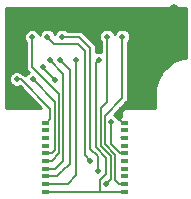
<source format=gbr>
%TF.GenerationSoftware,KiCad,Pcbnew,(5.1.6-0-10_14)*%
%TF.CreationDate,2021-01-18T11:29:05-08:00*%
%TF.ProjectId,lv3273_shield,6c763332-3733-45f7-9368-69656c642e6b,rev?*%
%TF.SameCoordinates,Original*%
%TF.FileFunction,Copper,L2,Bot*%
%TF.FilePolarity,Positive*%
%FSLAX46Y46*%
G04 Gerber Fmt 4.6, Leading zero omitted, Abs format (unit mm)*
G04 Created by KiCad (PCBNEW (5.1.6-0-10_14)) date 2021-01-18 11:29:05*
%MOMM*%
%LPD*%
G01*
G04 APERTURE LIST*
%TA.AperFunction,SMDPad,CuDef*%
%ADD10R,0.450000X0.450000*%
%TD*%
%TA.AperFunction,ComponentPad*%
%ADD11C,0.450000*%
%TD*%
%TA.AperFunction,ViaPad*%
%ADD12C,0.500000*%
%TD*%
%TA.AperFunction,ViaPad*%
%ADD13C,0.800000*%
%TD*%
%TA.AperFunction,Conductor*%
%ADD14C,0.152400*%
%TD*%
%TA.AperFunction,Conductor*%
%ADD15C,0.254000*%
%TD*%
G04 APERTURE END LIST*
D10*
%TO.P,J1,1*%
%TO.N,GND*%
X99375000Y-86175000D03*
%TO.P,J1,2*%
%TO.N,Net-(J1-Pad2)*%
X99375000Y-86825000D03*
%TO.P,J1,3*%
%TO.N,Net-(J1-Pad3)*%
X99375000Y-87475000D03*
%TO.P,J1,4*%
%TO.N,Net-(J1-Pad4)*%
X99375000Y-88125000D03*
%TO.P,J1,5*%
%TO.N,Net-(J1-Pad5)*%
X99375000Y-88775000D03*
%TO.P,J1,6*%
%TO.N,Net-(J1-Pad6)*%
X99375000Y-89425000D03*
%TO.P,J1,8*%
%TO.N,Net-(J1-Pad8)*%
X99375000Y-90725000D03*
%TO.P,J1,9*%
%TO.N,Net-(J1-Pad9)*%
X99375000Y-91375000D03*
%TO.P,J1,10*%
%TO.N,Net-(C1-Pad2)*%
X99375000Y-92025000D03*
%TO.P,J1,7*%
%TO.N,Net-(J1-Pad7)*%
X99375000Y-90075000D03*
D11*
%TO.P,J1,9*%
%TO.N,Net-(J1-Pad9)*%
X99600000Y-91375000D03*
%TO.P,J1,10*%
%TO.N,Net-(C1-Pad2)*%
X99600000Y-92025000D03*
%TO.P,J1,5*%
%TO.N,Net-(J1-Pad5)*%
X99600000Y-88775000D03*
%TO.P,J1,6*%
%TO.N,Net-(J1-Pad6)*%
X99600000Y-89425000D03*
%TO.P,J1,8*%
%TO.N,Net-(J1-Pad8)*%
X99600000Y-90725000D03*
%TO.P,J1,7*%
%TO.N,Net-(J1-Pad7)*%
X99600000Y-90075000D03*
%TO.P,J1,3*%
%TO.N,Net-(J1-Pad3)*%
X99600000Y-87475000D03*
%TO.P,J1,4*%
%TO.N,Net-(J1-Pad4)*%
X99600000Y-88125000D03*
%TO.P,J1,2*%
%TO.N,Net-(J1-Pad2)*%
X99600000Y-86825000D03*
%TO.P,J1,1*%
%TO.N,GND*%
X99600000Y-86175000D03*
%TD*%
D10*
%TO.P,J2,1*%
%TO.N,Net-(C1-Pad2)*%
X92925000Y-92025000D03*
%TO.P,J2,2*%
%TO.N,Net-(J2-Pad2)*%
X92925000Y-91375000D03*
%TO.P,J2,3*%
%TO.N,Net-(J2-Pad3)*%
X92925000Y-90725000D03*
%TO.P,J2,4*%
%TO.N,Net-(J2-Pad4)*%
X92925000Y-90075000D03*
%TO.P,J2,5*%
%TO.N,Net-(J2-Pad5)*%
X92925000Y-89425000D03*
%TO.P,J2,6*%
%TO.N,Net-(J2-Pad6)*%
X92925000Y-88775000D03*
%TO.P,J2,8*%
%TO.N,Net-(J2-Pad8)*%
X92925000Y-87475000D03*
%TO.P,J2,9*%
%TO.N,Net-(J2-Pad9)*%
X92925000Y-86825000D03*
%TO.P,J2,10*%
%TO.N,Net-(J2-Pad10)*%
X92925000Y-86175000D03*
%TO.P,J2,7*%
%TO.N,Net-(J2-Pad7)*%
X92925000Y-88125000D03*
D11*
%TO.P,J2,9*%
%TO.N,Net-(J2-Pad9)*%
X92700000Y-86825000D03*
%TO.P,J2,10*%
%TO.N,Net-(J2-Pad10)*%
X92700000Y-86175000D03*
%TO.P,J2,5*%
%TO.N,Net-(J2-Pad5)*%
X92700000Y-89425000D03*
%TO.P,J2,6*%
%TO.N,Net-(J2-Pad6)*%
X92700000Y-88775000D03*
%TO.P,J2,8*%
%TO.N,Net-(J2-Pad8)*%
X92700000Y-87475000D03*
%TO.P,J2,7*%
%TO.N,Net-(J2-Pad7)*%
X92700000Y-88125000D03*
%TO.P,J2,3*%
%TO.N,Net-(J2-Pad3)*%
X92700000Y-90725000D03*
%TO.P,J2,4*%
%TO.N,Net-(J2-Pad4)*%
X92700000Y-90075000D03*
%TO.P,J2,2*%
%TO.N,Net-(J2-Pad2)*%
X92700000Y-91375000D03*
%TO.P,J2,1*%
%TO.N,Net-(C1-Pad2)*%
X92700000Y-92025000D03*
%TD*%
D12*
%TO.N,Net-(C1-Pad2)*%
X97350000Y-80850000D03*
D13*
%TO.N,GND*%
X103700000Y-76600000D03*
D12*
X90385000Y-78950000D03*
%TO.N,Net-(J1-Pad9)*%
X99300000Y-78900000D03*
%TO.N,Net-(J1-Pad8)*%
X97950000Y-91350000D03*
X98000000Y-78900000D03*
%TO.N,Net-(J1-Pad7)*%
X97250000Y-90300000D03*
X94200000Y-78900000D03*
%TO.N,Net-(J1-Pad6)*%
X96550000Y-89400000D03*
X92950000Y-78900000D03*
%TO.N,Net-(J1-Pad5)*%
X98326200Y-86150000D03*
%TO.N,Net-(J2-Pad9)*%
X93553407Y-82552411D03*
X92550000Y-81450000D03*
%TO.N,Net-(J2-Pad6)*%
X91700000Y-82500000D03*
%TO.N,Net-(J2-Pad5)*%
X91650000Y-78950000D03*
%TO.N,Net-(J2-Pad4)*%
X93150000Y-80900000D03*
%TO.N,Net-(J2-Pad3)*%
X94050000Y-80900000D03*
%TO.N,Net-(J2-Pad2)*%
X95400000Y-80900000D03*
%TO.N,Net-(J2-Pad10)*%
X90350000Y-82500000D03*
%TD*%
D14*
%TO.N,Net-(C1-Pad2)*%
X92925000Y-92025000D02*
X93475000Y-92025000D01*
X93475000Y-92025000D02*
X97025000Y-92025000D01*
X97025000Y-92025000D02*
X99600000Y-92025000D01*
X97025000Y-88275000D02*
X97025000Y-81175000D01*
X97900000Y-89150000D02*
X97025000Y-88275000D01*
X97900000Y-90550000D02*
X97900000Y-89150000D01*
X97400000Y-91050000D02*
X97900000Y-90550000D01*
X97400000Y-92025000D02*
X97400000Y-91050000D01*
X97025000Y-81175000D02*
X97350000Y-80850000D01*
X97025000Y-92025000D02*
X97400000Y-92025000D01*
%TO.N,GND*%
X99050000Y-85050000D02*
X99350000Y-84750000D01*
X99050000Y-85850000D02*
X99050000Y-85050000D01*
X99375000Y-86175000D02*
X99050000Y-85850000D01*
%TO.N,Net-(J1-Pad9)*%
X97799999Y-85600001D02*
X99300000Y-84100000D01*
X99300000Y-84100000D02*
X99300000Y-78900000D01*
X97799999Y-87999999D02*
X97799999Y-85600001D01*
X98700000Y-88900000D02*
X97799999Y-87999999D01*
X98997600Y-91375000D02*
X98700000Y-91077400D01*
X98700000Y-91077400D02*
X98700000Y-88900000D01*
X99375000Y-91375000D02*
X98997600Y-91375000D01*
%TO.N,Net-(J1-Pad8)*%
X97950000Y-91350000D02*
X98300000Y-91000000D01*
X98300000Y-91000000D02*
X98300000Y-89000000D01*
X97447589Y-88147589D02*
X97447589Y-84952411D01*
X98300000Y-89000000D02*
X97447589Y-88147589D01*
X98000000Y-84400000D02*
X98000000Y-78900000D01*
X97447589Y-84952411D02*
X98000000Y-84400000D01*
%TO.N,Net-(J1-Pad7)*%
X96600000Y-79850000D02*
X95650000Y-78900000D01*
X95650000Y-78900000D02*
X94200000Y-78900000D01*
X96600000Y-88400000D02*
X96600000Y-79850000D01*
X97250000Y-89050000D02*
X96600000Y-88400000D01*
X97250000Y-90300000D02*
X97250000Y-89050000D01*
%TO.N,Net-(J1-Pad6)*%
X93550000Y-79500000D02*
X92950000Y-78900000D01*
X95500000Y-79500000D02*
X93550000Y-79500000D01*
X96100000Y-88950000D02*
X96100000Y-80100000D01*
X96100000Y-80100000D02*
X95500000Y-79500000D01*
X96550000Y-89400000D02*
X96100000Y-88950000D01*
%TO.N,Net-(J1-Pad5)*%
X99077838Y-88775000D02*
X99375000Y-88775000D01*
X98326200Y-88023362D02*
X99077838Y-88775000D01*
X98326200Y-86150000D02*
X98326200Y-88023362D01*
%TO.N,Net-(J1-Pad3)*%
X99223790Y-87400000D02*
X99298790Y-87475000D01*
%TO.N,Net-(J2-Pad9)*%
X92550000Y-81549004D02*
X92550000Y-81450000D01*
X93553407Y-82552411D02*
X92550000Y-81549004D01*
%TO.N,Net-(J2-Pad6)*%
X93302400Y-88775000D02*
X93600000Y-88477400D01*
X92925000Y-88775000D02*
X93302400Y-88775000D01*
X93600000Y-88477400D02*
X93600000Y-84400000D01*
X93600000Y-84400000D02*
X91700000Y-82500000D01*
%TO.N,Net-(J2-Pad5)*%
X93952410Y-88774990D02*
X93952410Y-83802410D01*
X91650000Y-81500000D02*
X91650000Y-78950000D01*
X93302400Y-89425000D02*
X93952410Y-88774990D01*
X93952410Y-83802410D02*
X91650000Y-81500000D01*
X93302400Y-89425000D02*
X92700000Y-89425000D01*
%TO.N,Net-(J2-Pad4)*%
X93625000Y-90075000D02*
X94000000Y-89700000D01*
X92925000Y-90075000D02*
X93625000Y-90075000D01*
X94304820Y-89395180D02*
X94304820Y-82054820D01*
X94000000Y-89700000D02*
X94304820Y-89395180D01*
X94304820Y-82054820D02*
X93150000Y-80900000D01*
%TO.N,Net-(J2-Pad3)*%
X93753778Y-90725000D02*
X94178778Y-90300000D01*
X92925000Y-90725000D02*
X93753778Y-90725000D01*
X94850000Y-81700000D02*
X94050000Y-80900000D01*
X94200000Y-90300000D02*
X94850000Y-89650000D01*
X94178778Y-90300000D02*
X94200000Y-90300000D01*
X94850000Y-89650000D02*
X94850000Y-81700000D01*
%TO.N,Net-(J2-Pad2)*%
X94675000Y-91375000D02*
X92925000Y-91375000D01*
X95400000Y-90650000D02*
X94675000Y-91375000D01*
X95400000Y-80900000D02*
X95400000Y-90650000D01*
%TO.N,Net-(J2-Pad10)*%
X90700000Y-82500000D02*
X90350000Y-82500000D01*
X93200000Y-85000000D02*
X90700000Y-82500000D01*
X93200000Y-85900000D02*
X93200000Y-85000000D01*
X92925000Y-86175000D02*
X93200000Y-85900000D01*
%TD*%
D15*
%TO.N,GND*%
G36*
X104648001Y-80691172D02*
G01*
X104529950Y-80703580D01*
X104489832Y-80711815D01*
X104449578Y-80719494D01*
X104443536Y-80721318D01*
X103958799Y-80871370D01*
X103921009Y-80887255D01*
X103883050Y-80902592D01*
X103877481Y-80905553D01*
X103877476Y-80905555D01*
X103877472Y-80905558D01*
X103431116Y-81146901D01*
X103397164Y-81169802D01*
X103362873Y-81192241D01*
X103357982Y-81196230D01*
X102967000Y-81519679D01*
X102938133Y-81548749D01*
X102908864Y-81577411D01*
X102904841Y-81582274D01*
X102584130Y-81975505D01*
X102561461Y-82009624D01*
X102538314Y-82043429D01*
X102535317Y-82048973D01*
X102535312Y-82048981D01*
X102535309Y-82048989D01*
X102297088Y-82497015D01*
X102281457Y-82534937D01*
X102265338Y-82572547D01*
X102263471Y-82578575D01*
X102116808Y-83064349D01*
X102108847Y-83104554D01*
X102100334Y-83144606D01*
X102099674Y-83150883D01*
X102050157Y-83655892D01*
X102050157Y-83655905D01*
X102048001Y-83677795D01*
X102048000Y-84948000D01*
X99622205Y-84948000D01*
X99600000Y-84945813D01*
X99577795Y-84948000D01*
X99511393Y-84954540D01*
X99426190Y-84980386D01*
X99347667Y-85022357D01*
X99278841Y-85078841D01*
X99222357Y-85147667D01*
X99180386Y-85226190D01*
X99154540Y-85311393D01*
X99145813Y-85400000D01*
X99148000Y-85422204D01*
X99148000Y-85722099D01*
X99105500Y-85726285D01*
X99062711Y-85739265D01*
X99023276Y-85760343D01*
X98988710Y-85788710D01*
X98960343Y-85823276D01*
X98939668Y-85861956D01*
X98926150Y-85829320D01*
X98852060Y-85718437D01*
X98757763Y-85624140D01*
X98646880Y-85550050D01*
X98586565Y-85525067D01*
X99638342Y-84473290D01*
X99657537Y-84457537D01*
X99720419Y-84380915D01*
X99767145Y-84293498D01*
X99793534Y-84206503D01*
X99795918Y-84198645D01*
X99798178Y-84175699D01*
X99803200Y-84124712D01*
X99803200Y-84124704D01*
X99805633Y-84100000D01*
X99803200Y-84075296D01*
X99803200Y-79354223D01*
X99825860Y-79331563D01*
X99899950Y-79220680D01*
X99950984Y-79097474D01*
X99977000Y-78966679D01*
X99977000Y-78833321D01*
X99950984Y-78702526D01*
X99899950Y-78579320D01*
X99825860Y-78468437D01*
X99731563Y-78374140D01*
X99620680Y-78300050D01*
X99497474Y-78249016D01*
X99366679Y-78223000D01*
X99233321Y-78223000D01*
X99102526Y-78249016D01*
X98979320Y-78300050D01*
X98868437Y-78374140D01*
X98774140Y-78468437D01*
X98700050Y-78579320D01*
X98650000Y-78700150D01*
X98599950Y-78579320D01*
X98525860Y-78468437D01*
X98431563Y-78374140D01*
X98320680Y-78300050D01*
X98197474Y-78249016D01*
X98066679Y-78223000D01*
X97933321Y-78223000D01*
X97802526Y-78249016D01*
X97679320Y-78300050D01*
X97568437Y-78374140D01*
X97474140Y-78468437D01*
X97400050Y-78579320D01*
X97349016Y-78702526D01*
X97323000Y-78833321D01*
X97323000Y-78966679D01*
X97349016Y-79097474D01*
X97400050Y-79220680D01*
X97474140Y-79331563D01*
X97496801Y-79354224D01*
X97496801Y-80188937D01*
X97416679Y-80173000D01*
X97283321Y-80173000D01*
X97152526Y-80199016D01*
X97103200Y-80219448D01*
X97103200Y-79874704D01*
X97105633Y-79850000D01*
X97103200Y-79825296D01*
X97103200Y-79825288D01*
X97095918Y-79751356D01*
X97093221Y-79742463D01*
X97067145Y-79656502D01*
X97054505Y-79632855D01*
X97020419Y-79569085D01*
X97005564Y-79550984D01*
X96973290Y-79511657D01*
X96973285Y-79511652D01*
X96957537Y-79492463D01*
X96938348Y-79476715D01*
X96023289Y-78561657D01*
X96007537Y-78542463D01*
X95930915Y-78479581D01*
X95843498Y-78432855D01*
X95748644Y-78404082D01*
X95674712Y-78396800D01*
X95674704Y-78396800D01*
X95650000Y-78394367D01*
X95625296Y-78396800D01*
X94654223Y-78396800D01*
X94631563Y-78374140D01*
X94520680Y-78300050D01*
X94397474Y-78249016D01*
X94266679Y-78223000D01*
X94133321Y-78223000D01*
X94002526Y-78249016D01*
X93879320Y-78300050D01*
X93768437Y-78374140D01*
X93674140Y-78468437D01*
X93600050Y-78579320D01*
X93575000Y-78639796D01*
X93549950Y-78579320D01*
X93475860Y-78468437D01*
X93381563Y-78374140D01*
X93270680Y-78300050D01*
X93147474Y-78249016D01*
X93016679Y-78223000D01*
X92883321Y-78223000D01*
X92752526Y-78249016D01*
X92629320Y-78300050D01*
X92518437Y-78374140D01*
X92424140Y-78468437D01*
X92350050Y-78579320D01*
X92299016Y-78702526D01*
X92292936Y-78733095D01*
X92249950Y-78629320D01*
X92175860Y-78518437D01*
X92081563Y-78424140D01*
X91970680Y-78350050D01*
X91847474Y-78299016D01*
X91716679Y-78273000D01*
X91583321Y-78273000D01*
X91452526Y-78299016D01*
X91329320Y-78350050D01*
X91218437Y-78424140D01*
X91124140Y-78518437D01*
X91050050Y-78629320D01*
X90999016Y-78752526D01*
X90973000Y-78883321D01*
X90973000Y-79016679D01*
X90999016Y-79147474D01*
X91050050Y-79270680D01*
X91124140Y-79381563D01*
X91146801Y-79404224D01*
X91146800Y-81475296D01*
X91144367Y-81500000D01*
X91146800Y-81524704D01*
X91146800Y-81524711D01*
X91150168Y-81558902D01*
X91154082Y-81598644D01*
X91164929Y-81634401D01*
X91182855Y-81693497D01*
X91229581Y-81780915D01*
X91292463Y-81857537D01*
X91311658Y-81873290D01*
X91354801Y-81916433D01*
X91268437Y-81974140D01*
X91174140Y-82068437D01*
X91100050Y-82179320D01*
X91097385Y-82185753D01*
X91073289Y-82161657D01*
X91057537Y-82142463D01*
X90980915Y-82079581D01*
X90893498Y-82032855D01*
X90817105Y-82009682D01*
X90781563Y-81974140D01*
X90670680Y-81900050D01*
X90547474Y-81849016D01*
X90416679Y-81823000D01*
X90283321Y-81823000D01*
X90152526Y-81849016D01*
X90029320Y-81900050D01*
X89918437Y-81974140D01*
X89824140Y-82068437D01*
X89750050Y-82179320D01*
X89699016Y-82302526D01*
X89673000Y-82433321D01*
X89673000Y-82566679D01*
X89699016Y-82697474D01*
X89750050Y-82820680D01*
X89824140Y-82931563D01*
X89918437Y-83025860D01*
X90029320Y-83099950D01*
X90152526Y-83150984D01*
X90283321Y-83177000D01*
X90416679Y-83177000D01*
X90547474Y-83150984D01*
X90612441Y-83124073D01*
X92436367Y-84948000D01*
X89452000Y-84948000D01*
X89452000Y-76452000D01*
X104648000Y-76452000D01*
X104648001Y-80691172D01*
G37*
X104648001Y-80691172D02*
X104529950Y-80703580D01*
X104489832Y-80711815D01*
X104449578Y-80719494D01*
X104443536Y-80721318D01*
X103958799Y-80871370D01*
X103921009Y-80887255D01*
X103883050Y-80902592D01*
X103877481Y-80905553D01*
X103877476Y-80905555D01*
X103877472Y-80905558D01*
X103431116Y-81146901D01*
X103397164Y-81169802D01*
X103362873Y-81192241D01*
X103357982Y-81196230D01*
X102967000Y-81519679D01*
X102938133Y-81548749D01*
X102908864Y-81577411D01*
X102904841Y-81582274D01*
X102584130Y-81975505D01*
X102561461Y-82009624D01*
X102538314Y-82043429D01*
X102535317Y-82048973D01*
X102535312Y-82048981D01*
X102535309Y-82048989D01*
X102297088Y-82497015D01*
X102281457Y-82534937D01*
X102265338Y-82572547D01*
X102263471Y-82578575D01*
X102116808Y-83064349D01*
X102108847Y-83104554D01*
X102100334Y-83144606D01*
X102099674Y-83150883D01*
X102050157Y-83655892D01*
X102050157Y-83655905D01*
X102048001Y-83677795D01*
X102048000Y-84948000D01*
X99622205Y-84948000D01*
X99600000Y-84945813D01*
X99577795Y-84948000D01*
X99511393Y-84954540D01*
X99426190Y-84980386D01*
X99347667Y-85022357D01*
X99278841Y-85078841D01*
X99222357Y-85147667D01*
X99180386Y-85226190D01*
X99154540Y-85311393D01*
X99145813Y-85400000D01*
X99148000Y-85422204D01*
X99148000Y-85722099D01*
X99105500Y-85726285D01*
X99062711Y-85739265D01*
X99023276Y-85760343D01*
X98988710Y-85788710D01*
X98960343Y-85823276D01*
X98939668Y-85861956D01*
X98926150Y-85829320D01*
X98852060Y-85718437D01*
X98757763Y-85624140D01*
X98646880Y-85550050D01*
X98586565Y-85525067D01*
X99638342Y-84473290D01*
X99657537Y-84457537D01*
X99720419Y-84380915D01*
X99767145Y-84293498D01*
X99793534Y-84206503D01*
X99795918Y-84198645D01*
X99798178Y-84175699D01*
X99803200Y-84124712D01*
X99803200Y-84124704D01*
X99805633Y-84100000D01*
X99803200Y-84075296D01*
X99803200Y-79354223D01*
X99825860Y-79331563D01*
X99899950Y-79220680D01*
X99950984Y-79097474D01*
X99977000Y-78966679D01*
X99977000Y-78833321D01*
X99950984Y-78702526D01*
X99899950Y-78579320D01*
X99825860Y-78468437D01*
X99731563Y-78374140D01*
X99620680Y-78300050D01*
X99497474Y-78249016D01*
X99366679Y-78223000D01*
X99233321Y-78223000D01*
X99102526Y-78249016D01*
X98979320Y-78300050D01*
X98868437Y-78374140D01*
X98774140Y-78468437D01*
X98700050Y-78579320D01*
X98650000Y-78700150D01*
X98599950Y-78579320D01*
X98525860Y-78468437D01*
X98431563Y-78374140D01*
X98320680Y-78300050D01*
X98197474Y-78249016D01*
X98066679Y-78223000D01*
X97933321Y-78223000D01*
X97802526Y-78249016D01*
X97679320Y-78300050D01*
X97568437Y-78374140D01*
X97474140Y-78468437D01*
X97400050Y-78579320D01*
X97349016Y-78702526D01*
X97323000Y-78833321D01*
X97323000Y-78966679D01*
X97349016Y-79097474D01*
X97400050Y-79220680D01*
X97474140Y-79331563D01*
X97496801Y-79354224D01*
X97496801Y-80188937D01*
X97416679Y-80173000D01*
X97283321Y-80173000D01*
X97152526Y-80199016D01*
X97103200Y-80219448D01*
X97103200Y-79874704D01*
X97105633Y-79850000D01*
X97103200Y-79825296D01*
X97103200Y-79825288D01*
X97095918Y-79751356D01*
X97093221Y-79742463D01*
X97067145Y-79656502D01*
X97054505Y-79632855D01*
X97020419Y-79569085D01*
X97005564Y-79550984D01*
X96973290Y-79511657D01*
X96973285Y-79511652D01*
X96957537Y-79492463D01*
X96938348Y-79476715D01*
X96023289Y-78561657D01*
X96007537Y-78542463D01*
X95930915Y-78479581D01*
X95843498Y-78432855D01*
X95748644Y-78404082D01*
X95674712Y-78396800D01*
X95674704Y-78396800D01*
X95650000Y-78394367D01*
X95625296Y-78396800D01*
X94654223Y-78396800D01*
X94631563Y-78374140D01*
X94520680Y-78300050D01*
X94397474Y-78249016D01*
X94266679Y-78223000D01*
X94133321Y-78223000D01*
X94002526Y-78249016D01*
X93879320Y-78300050D01*
X93768437Y-78374140D01*
X93674140Y-78468437D01*
X93600050Y-78579320D01*
X93575000Y-78639796D01*
X93549950Y-78579320D01*
X93475860Y-78468437D01*
X93381563Y-78374140D01*
X93270680Y-78300050D01*
X93147474Y-78249016D01*
X93016679Y-78223000D01*
X92883321Y-78223000D01*
X92752526Y-78249016D01*
X92629320Y-78300050D01*
X92518437Y-78374140D01*
X92424140Y-78468437D01*
X92350050Y-78579320D01*
X92299016Y-78702526D01*
X92292936Y-78733095D01*
X92249950Y-78629320D01*
X92175860Y-78518437D01*
X92081563Y-78424140D01*
X91970680Y-78350050D01*
X91847474Y-78299016D01*
X91716679Y-78273000D01*
X91583321Y-78273000D01*
X91452526Y-78299016D01*
X91329320Y-78350050D01*
X91218437Y-78424140D01*
X91124140Y-78518437D01*
X91050050Y-78629320D01*
X90999016Y-78752526D01*
X90973000Y-78883321D01*
X90973000Y-79016679D01*
X90999016Y-79147474D01*
X91050050Y-79270680D01*
X91124140Y-79381563D01*
X91146801Y-79404224D01*
X91146800Y-81475296D01*
X91144367Y-81500000D01*
X91146800Y-81524704D01*
X91146800Y-81524711D01*
X91150168Y-81558902D01*
X91154082Y-81598644D01*
X91164929Y-81634401D01*
X91182855Y-81693497D01*
X91229581Y-81780915D01*
X91292463Y-81857537D01*
X91311658Y-81873290D01*
X91354801Y-81916433D01*
X91268437Y-81974140D01*
X91174140Y-82068437D01*
X91100050Y-82179320D01*
X91097385Y-82185753D01*
X91073289Y-82161657D01*
X91057537Y-82142463D01*
X90980915Y-82079581D01*
X90893498Y-82032855D01*
X90817105Y-82009682D01*
X90781563Y-81974140D01*
X90670680Y-81900050D01*
X90547474Y-81849016D01*
X90416679Y-81823000D01*
X90283321Y-81823000D01*
X90152526Y-81849016D01*
X90029320Y-81900050D01*
X89918437Y-81974140D01*
X89824140Y-82068437D01*
X89750050Y-82179320D01*
X89699016Y-82302526D01*
X89673000Y-82433321D01*
X89673000Y-82566679D01*
X89699016Y-82697474D01*
X89750050Y-82820680D01*
X89824140Y-82931563D01*
X89918437Y-83025860D01*
X90029320Y-83099950D01*
X90152526Y-83150984D01*
X90283321Y-83177000D01*
X90416679Y-83177000D01*
X90547474Y-83150984D01*
X90612441Y-83124073D01*
X92436367Y-84948000D01*
X89452000Y-84948000D01*
X89452000Y-76452000D01*
X104648000Y-76452000D01*
X104648001Y-80691172D01*
%TD*%
M02*

</source>
